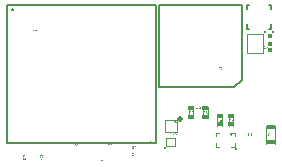
<source format=gbr>
G04 EAGLE Gerber RS-274X export*
G75*
%MOMM*%
%FSLAX34Y34*%
%LPD*%
%INSilkscreen Top*%
%IPPOS*%
%AMOC8*
5,1,8,0,0,1.08239X$1,22.5*%
G01*
G04 Define Apertures*
%ADD10C,0.152400*%
%ADD11R,0.500000X0.300000*%
%ADD12C,0.076200*%
%ADD13C,0.127000*%
%ADD14R,0.300000X0.300000*%
%ADD15C,0.200000*%
%ADD16C,0.120000*%
%ADD17R,0.800000X0.300000*%
%ADD18C,0.101600*%
%ADD19C,0.500000*%
G36*
X26218Y114425D02*
X26073Y114432D01*
X25937Y114453D01*
X25810Y114487D01*
X25693Y114535D01*
X25587Y114596D01*
X25494Y114669D01*
X25413Y114755D01*
X25345Y114853D01*
X25291Y114962D01*
X25252Y115082D01*
X25229Y115211D01*
X25222Y115351D01*
X25222Y116911D01*
X25554Y116911D01*
X25554Y115378D01*
X25565Y115221D01*
X25596Y115083D01*
X25650Y114966D01*
X25724Y114869D01*
X25819Y114793D01*
X25933Y114738D01*
X26065Y114706D01*
X26217Y114695D01*
X26373Y114706D01*
X26510Y114740D01*
X26630Y114796D01*
X26731Y114875D01*
X26811Y114975D01*
X26868Y115096D01*
X26903Y115238D01*
X26914Y115401D01*
X26914Y116911D01*
X27245Y116911D01*
X27245Y115382D01*
X27237Y115238D01*
X27213Y115105D01*
X27174Y114982D01*
X27119Y114869D01*
X27049Y114767D01*
X26966Y114679D01*
X26871Y114602D01*
X26762Y114539D01*
X26642Y114489D01*
X26511Y114454D01*
X26370Y114432D01*
X26218Y114425D01*
G37*
G36*
X29317Y114460D02*
X27781Y114460D01*
X27781Y114726D01*
X28405Y114726D01*
X28405Y116612D01*
X27852Y116217D01*
X27852Y116513D01*
X28431Y116911D01*
X28720Y116911D01*
X28720Y114726D01*
X29317Y114726D01*
X29317Y114460D01*
G37*
G36*
X211876Y25300D02*
X210340Y25300D01*
X210340Y25566D01*
X210965Y25566D01*
X210965Y27452D01*
X210411Y27057D01*
X210411Y27353D01*
X210991Y27751D01*
X211279Y27751D01*
X211279Y25566D01*
X211876Y25566D01*
X211876Y25300D01*
G37*
G36*
X209963Y25300D02*
X208392Y25300D01*
X208392Y27751D01*
X208724Y27751D01*
X208724Y25571D01*
X209963Y25571D01*
X209963Y25300D01*
G37*
G36*
X226223Y24825D02*
X226044Y24835D01*
X225877Y24864D01*
X225723Y24912D01*
X225582Y24979D01*
X225455Y25064D01*
X225343Y25166D01*
X225248Y25284D01*
X225169Y25419D01*
X225107Y25569D01*
X225063Y25732D01*
X225037Y25908D01*
X225028Y26097D01*
X225047Y26374D01*
X225107Y26620D01*
X225206Y26833D01*
X225344Y27015D01*
X225518Y27161D01*
X225722Y27264D01*
X225956Y27327D01*
X226221Y27347D01*
X226409Y27338D01*
X226580Y27309D01*
X226736Y27261D01*
X226875Y27194D01*
X226998Y27109D01*
X227103Y27004D01*
X227191Y26882D01*
X227261Y26740D01*
X226946Y26636D01*
X226897Y26737D01*
X226835Y26825D01*
X226760Y26900D01*
X226672Y26963D01*
X226574Y27013D01*
X226466Y27048D01*
X226350Y27069D01*
X226224Y27076D01*
X226032Y27060D01*
X225863Y27011D01*
X225716Y26929D01*
X225591Y26814D01*
X225492Y26671D01*
X225422Y26504D01*
X225379Y26313D01*
X225365Y26097D01*
X225380Y25883D01*
X225424Y25690D01*
X225498Y25520D01*
X225601Y25372D01*
X225729Y25252D01*
X225878Y25167D01*
X226048Y25115D01*
X226238Y25098D01*
X226363Y25106D01*
X226480Y25130D01*
X226589Y25170D01*
X226689Y25226D01*
X226782Y25297D01*
X226867Y25385D01*
X227012Y25608D01*
X227284Y25472D01*
X227200Y25323D01*
X227102Y25194D01*
X226988Y25083D01*
X226859Y24990D01*
X226716Y24918D01*
X226563Y24867D01*
X226398Y24836D01*
X226223Y24825D01*
G37*
G36*
X228403Y24825D02*
X228226Y24836D01*
X228068Y24867D01*
X227929Y24920D01*
X227808Y24993D01*
X227709Y25087D01*
X227632Y25201D01*
X227577Y25335D01*
X227545Y25490D01*
X227869Y25519D01*
X227891Y25417D01*
X227925Y25329D01*
X227973Y25254D01*
X228033Y25193D01*
X228106Y25146D01*
X228192Y25112D01*
X228291Y25091D01*
X228403Y25084D01*
X228514Y25092D01*
X228614Y25114D01*
X228700Y25150D01*
X228774Y25201D01*
X228833Y25266D01*
X228875Y25346D01*
X228900Y25439D01*
X228909Y25547D01*
X228899Y25642D01*
X228870Y25725D01*
X228822Y25798D01*
X228755Y25859D01*
X228669Y25908D01*
X228567Y25943D01*
X228447Y25965D01*
X228310Y25972D01*
X228133Y25972D01*
X228133Y26243D01*
X228303Y26243D01*
X228425Y26250D01*
X228532Y26271D01*
X228624Y26306D01*
X228703Y26355D01*
X228765Y26417D01*
X228809Y26489D01*
X228836Y26572D01*
X228844Y26666D01*
X228837Y26759D01*
X228815Y26842D01*
X228779Y26914D01*
X228729Y26976D01*
X228664Y27026D01*
X228585Y27062D01*
X228492Y27083D01*
X228385Y27090D01*
X228287Y27083D01*
X228198Y27064D01*
X228119Y27030D01*
X228050Y26984D01*
X227993Y26925D01*
X227949Y26856D01*
X227919Y26776D01*
X227902Y26685D01*
X227587Y26709D01*
X227615Y26851D01*
X227667Y26977D01*
X227740Y27086D01*
X227836Y27179D01*
X227951Y27253D01*
X228082Y27305D01*
X228228Y27337D01*
X228389Y27347D01*
X228563Y27337D01*
X228716Y27305D01*
X228849Y27251D01*
X228962Y27176D01*
X229051Y27082D01*
X229115Y26971D01*
X229153Y26843D01*
X229166Y26699D01*
X229158Y26587D01*
X229133Y26486D01*
X229092Y26396D01*
X229035Y26317D01*
X228962Y26249D01*
X228874Y26194D01*
X228771Y26150D01*
X228653Y26118D01*
X228653Y26111D01*
X228783Y26088D01*
X228897Y26050D01*
X228997Y25996D01*
X229081Y25926D01*
X229148Y25844D01*
X229196Y25751D01*
X229224Y25649D01*
X229234Y25537D01*
X229221Y25377D01*
X229180Y25236D01*
X229113Y25114D01*
X229018Y25011D01*
X228899Y24930D01*
X228757Y24872D01*
X228591Y24837D01*
X228403Y24825D01*
G37*
G36*
X195642Y37060D02*
X195346Y37060D01*
X195346Y37615D01*
X194191Y37615D01*
X194191Y37858D01*
X195313Y39511D01*
X195642Y39511D01*
X195642Y37862D01*
X195986Y37862D01*
X195986Y37615D01*
X195642Y37615D01*
X195642Y37060D01*
G37*
%LPC*%
G36*
X195346Y37862D02*
X195346Y39158D01*
X195297Y39066D01*
X195230Y38951D01*
X194602Y38025D01*
X194508Y37897D01*
X194480Y37862D01*
X195346Y37862D01*
G37*
%LPD*%
G36*
X192923Y37025D02*
X192744Y37035D01*
X192577Y37064D01*
X192423Y37112D01*
X192282Y37179D01*
X192155Y37264D01*
X192043Y37366D01*
X191948Y37484D01*
X191869Y37619D01*
X191807Y37769D01*
X191763Y37932D01*
X191737Y38108D01*
X191728Y38297D01*
X191747Y38574D01*
X191807Y38820D01*
X191906Y39033D01*
X192044Y39215D01*
X192218Y39361D01*
X192422Y39464D01*
X192656Y39527D01*
X192921Y39547D01*
X193109Y39538D01*
X193280Y39509D01*
X193436Y39461D01*
X193575Y39394D01*
X193698Y39309D01*
X193803Y39204D01*
X193891Y39082D01*
X193961Y38940D01*
X193646Y38836D01*
X193597Y38937D01*
X193535Y39025D01*
X193460Y39100D01*
X193372Y39163D01*
X193274Y39213D01*
X193166Y39248D01*
X193050Y39269D01*
X192924Y39276D01*
X192732Y39260D01*
X192563Y39211D01*
X192416Y39129D01*
X192291Y39014D01*
X192192Y38871D01*
X192122Y38704D01*
X192079Y38513D01*
X192065Y38297D01*
X192080Y38083D01*
X192124Y37890D01*
X192198Y37720D01*
X192301Y37572D01*
X192429Y37452D01*
X192578Y37367D01*
X192748Y37315D01*
X192938Y37298D01*
X193063Y37306D01*
X193180Y37330D01*
X193289Y37370D01*
X193389Y37426D01*
X193482Y37497D01*
X193567Y37585D01*
X193712Y37808D01*
X193984Y37672D01*
X193900Y37523D01*
X193802Y37394D01*
X193688Y37283D01*
X193559Y37190D01*
X193416Y37118D01*
X193263Y37067D01*
X193098Y37036D01*
X192923Y37025D01*
G37*
G36*
X182823Y37125D02*
X182644Y37135D01*
X182477Y37164D01*
X182323Y37212D01*
X182182Y37279D01*
X182055Y37364D01*
X181943Y37466D01*
X181848Y37584D01*
X181769Y37719D01*
X181707Y37869D01*
X181663Y38032D01*
X181637Y38208D01*
X181628Y38397D01*
X181647Y38674D01*
X181707Y38920D01*
X181806Y39133D01*
X181944Y39315D01*
X182118Y39461D01*
X182322Y39564D01*
X182556Y39627D01*
X182821Y39647D01*
X183009Y39638D01*
X183180Y39609D01*
X183336Y39561D01*
X183475Y39494D01*
X183598Y39409D01*
X183703Y39304D01*
X183791Y39182D01*
X183861Y39040D01*
X183546Y38936D01*
X183497Y39037D01*
X183435Y39125D01*
X183360Y39200D01*
X183272Y39263D01*
X183174Y39313D01*
X183066Y39348D01*
X182950Y39369D01*
X182824Y39376D01*
X182632Y39360D01*
X182463Y39311D01*
X182316Y39229D01*
X182191Y39114D01*
X182092Y38971D01*
X182022Y38804D01*
X181979Y38613D01*
X181965Y38397D01*
X181980Y38183D01*
X182024Y37990D01*
X182098Y37820D01*
X182201Y37672D01*
X182329Y37552D01*
X182478Y37467D01*
X182648Y37415D01*
X182838Y37398D01*
X182963Y37406D01*
X183080Y37430D01*
X183189Y37470D01*
X183289Y37526D01*
X183382Y37597D01*
X183467Y37685D01*
X183612Y37908D01*
X183884Y37772D01*
X183800Y37623D01*
X183702Y37494D01*
X183588Y37383D01*
X183459Y37290D01*
X183316Y37218D01*
X183163Y37167D01*
X182998Y37136D01*
X182823Y37125D01*
G37*
G36*
X184971Y37125D02*
X184808Y37135D01*
X184662Y37163D01*
X184532Y37209D01*
X184418Y37275D01*
X184323Y37358D01*
X184246Y37458D01*
X184189Y37575D01*
X184152Y37708D01*
X184469Y37744D01*
X184538Y37585D01*
X184646Y37472D01*
X184792Y37404D01*
X184978Y37381D01*
X185097Y37390D01*
X185203Y37419D01*
X185295Y37467D01*
X185373Y37533D01*
X185435Y37616D01*
X185480Y37714D01*
X185507Y37826D01*
X185516Y37951D01*
X185507Y38062D01*
X185480Y38161D01*
X185435Y38249D01*
X185372Y38325D01*
X185294Y38388D01*
X185204Y38432D01*
X185101Y38459D01*
X184985Y38468D01*
X184863Y38458D01*
X184749Y38428D01*
X184639Y38374D01*
X184529Y38292D01*
X184223Y38292D01*
X184305Y39611D01*
X185698Y39611D01*
X185698Y39345D01*
X184590Y39345D01*
X184543Y38567D01*
X184651Y38636D01*
X184772Y38685D01*
X184904Y38714D01*
X185050Y38724D01*
X185221Y38711D01*
X185375Y38671D01*
X185510Y38604D01*
X185626Y38512D01*
X185720Y38397D01*
X185787Y38267D01*
X185828Y38121D01*
X185841Y37958D01*
X185827Y37775D01*
X185783Y37612D01*
X185711Y37470D01*
X185610Y37348D01*
X185484Y37250D01*
X185335Y37181D01*
X185164Y37139D01*
X184971Y37125D01*
G37*
G36*
X193501Y25025D02*
X193315Y25037D01*
X193151Y25072D01*
X193007Y25130D01*
X192886Y25211D01*
X192789Y25314D01*
X192720Y25437D01*
X192678Y25579D01*
X192664Y25740D01*
X192673Y25855D01*
X192698Y25961D01*
X192741Y26057D01*
X192802Y26144D01*
X192875Y26217D01*
X192958Y26275D01*
X193051Y26317D01*
X193153Y26342D01*
X193153Y26349D01*
X193058Y26379D01*
X192974Y26423D01*
X192900Y26481D01*
X192837Y26552D01*
X192787Y26634D01*
X192750Y26723D01*
X192729Y26818D01*
X192722Y26920D01*
X192735Y27053D01*
X192774Y27173D01*
X192839Y27280D01*
X192931Y27374D01*
X193045Y27450D01*
X193177Y27504D01*
X193326Y27537D01*
X193494Y27547D01*
X193665Y27537D01*
X193818Y27505D01*
X193951Y27452D01*
X194065Y27377D01*
X194157Y27284D01*
X194222Y27177D01*
X194262Y27054D01*
X194275Y26916D01*
X194268Y26814D01*
X194246Y26719D01*
X194209Y26631D01*
X194158Y26549D01*
X194095Y26478D01*
X194091Y26475D01*
X194020Y26422D01*
X193936Y26380D01*
X193840Y26352D01*
X193840Y26345D01*
X193951Y26319D01*
X194049Y26277D01*
X194134Y26219D01*
X194199Y26153D01*
X194205Y26146D01*
X194262Y26061D01*
X194303Y25965D01*
X194328Y25859D01*
X194336Y25744D01*
X194322Y25583D01*
X194282Y25442D01*
X194214Y25319D01*
X194120Y25215D01*
X194000Y25132D01*
X193857Y25073D01*
X193691Y25037D01*
X193501Y25025D01*
G37*
%LPC*%
G36*
X193504Y25260D02*
X193624Y25268D01*
X193727Y25291D01*
X193814Y25329D01*
X193885Y25383D01*
X193940Y25453D01*
X193979Y25542D01*
X194003Y25648D01*
X194010Y25773D01*
X194002Y25880D01*
X193977Y25973D01*
X193934Y26052D01*
X193875Y26117D01*
X193800Y26167D01*
X193712Y26204D01*
X193610Y26225D01*
X193494Y26232D01*
X193381Y26225D01*
X193282Y26201D01*
X193195Y26162D01*
X193122Y26108D01*
X193063Y26040D01*
X193021Y25960D01*
X192996Y25869D01*
X192988Y25766D01*
X192996Y25648D01*
X193020Y25545D01*
X193060Y25458D01*
X193117Y25387D01*
X193189Y25331D01*
X193278Y25292D01*
X193383Y25268D01*
X193504Y25260D01*
G37*
G36*
X193497Y26467D02*
X193601Y26474D01*
X193692Y26493D01*
X193769Y26524D01*
X193834Y26569D01*
X193885Y26628D01*
X193921Y26702D01*
X193942Y26793D01*
X193950Y26899D01*
X193942Y26996D01*
X193921Y27081D01*
X193885Y27152D01*
X193836Y27210D01*
X193772Y27256D01*
X193693Y27288D01*
X193601Y27308D01*
X193494Y27314D01*
X193390Y27308D01*
X193299Y27288D01*
X193222Y27256D01*
X193157Y27210D01*
X193107Y27151D01*
X193070Y27080D01*
X193049Y26996D01*
X193042Y26899D01*
X193049Y26800D01*
X193071Y26713D01*
X193109Y26639D01*
X193161Y26578D01*
X193226Y26529D01*
X193304Y26495D01*
X193395Y26474D01*
X193497Y26467D01*
G37*
%LPD*%
G36*
X191218Y25025D02*
X191073Y25032D01*
X190937Y25053D01*
X190810Y25087D01*
X190693Y25135D01*
X190587Y25196D01*
X190494Y25269D01*
X190413Y25355D01*
X190345Y25453D01*
X190291Y25562D01*
X190252Y25682D01*
X190229Y25811D01*
X190222Y25951D01*
X190222Y27511D01*
X190554Y27511D01*
X190554Y25978D01*
X190565Y25821D01*
X190596Y25683D01*
X190650Y25566D01*
X190724Y25469D01*
X190819Y25393D01*
X190933Y25338D01*
X191065Y25306D01*
X191217Y25295D01*
X191373Y25306D01*
X191510Y25340D01*
X191630Y25396D01*
X191731Y25475D01*
X191811Y25575D01*
X191868Y25696D01*
X191903Y25838D01*
X191914Y26001D01*
X191914Y27511D01*
X192245Y27511D01*
X192245Y25982D01*
X192237Y25838D01*
X192213Y25705D01*
X192174Y25582D01*
X192119Y25469D01*
X192049Y25367D01*
X191966Y25279D01*
X191871Y25202D01*
X191762Y25139D01*
X191642Y25089D01*
X191511Y25054D01*
X191370Y25032D01*
X191218Y25025D01*
G37*
G36*
X144418Y26025D02*
X144273Y26032D01*
X144137Y26053D01*
X144010Y26087D01*
X143893Y26135D01*
X143787Y26196D01*
X143694Y26269D01*
X143613Y26355D01*
X143545Y26453D01*
X143491Y26562D01*
X143452Y26682D01*
X143429Y26811D01*
X143422Y26951D01*
X143422Y28511D01*
X143754Y28511D01*
X143754Y26978D01*
X143765Y26821D01*
X143796Y26683D01*
X143850Y26566D01*
X143924Y26469D01*
X144019Y26393D01*
X144133Y26338D01*
X144265Y26306D01*
X144417Y26295D01*
X144573Y26306D01*
X144710Y26340D01*
X144830Y26396D01*
X144931Y26475D01*
X145011Y26575D01*
X145068Y26696D01*
X145103Y26838D01*
X145114Y27001D01*
X145114Y28511D01*
X145445Y28511D01*
X145445Y26982D01*
X145437Y26838D01*
X145413Y26705D01*
X145374Y26582D01*
X145319Y26469D01*
X145249Y26367D01*
X145166Y26279D01*
X145071Y26202D01*
X144962Y26139D01*
X144842Y26089D01*
X144711Y26054D01*
X144570Y26032D01*
X144418Y26025D01*
G37*
G36*
X146703Y26025D02*
X146526Y26036D01*
X146368Y26067D01*
X146229Y26120D01*
X146108Y26193D01*
X146009Y26287D01*
X145932Y26401D01*
X145877Y26535D01*
X145845Y26690D01*
X146169Y26719D01*
X146191Y26617D01*
X146225Y26529D01*
X146273Y26454D01*
X146333Y26393D01*
X146406Y26346D01*
X146492Y26312D01*
X146591Y26291D01*
X146703Y26284D01*
X146814Y26292D01*
X146914Y26314D01*
X147000Y26350D01*
X147074Y26401D01*
X147133Y26466D01*
X147175Y26546D01*
X147200Y26639D01*
X147209Y26747D01*
X147199Y26842D01*
X147170Y26925D01*
X147122Y26998D01*
X147055Y27059D01*
X146969Y27108D01*
X146867Y27143D01*
X146747Y27165D01*
X146610Y27172D01*
X146433Y27172D01*
X146433Y27443D01*
X146603Y27443D01*
X146725Y27450D01*
X146832Y27471D01*
X146924Y27506D01*
X147003Y27555D01*
X147065Y27617D01*
X147109Y27689D01*
X147136Y27772D01*
X147144Y27866D01*
X147137Y27959D01*
X147115Y28042D01*
X147079Y28114D01*
X147029Y28176D01*
X146964Y28226D01*
X146885Y28262D01*
X146792Y28283D01*
X146685Y28290D01*
X146587Y28283D01*
X146498Y28264D01*
X146419Y28230D01*
X146350Y28184D01*
X146293Y28125D01*
X146249Y28056D01*
X146219Y27976D01*
X146202Y27885D01*
X145887Y27909D01*
X145915Y28051D01*
X145967Y28177D01*
X146040Y28286D01*
X146136Y28379D01*
X146251Y28453D01*
X146382Y28505D01*
X146528Y28537D01*
X146689Y28547D01*
X146863Y28537D01*
X147016Y28505D01*
X147149Y28451D01*
X147262Y28376D01*
X147351Y28282D01*
X147415Y28171D01*
X147453Y28043D01*
X147466Y27899D01*
X147458Y27787D01*
X147433Y27686D01*
X147392Y27596D01*
X147335Y27517D01*
X147262Y27449D01*
X147174Y27394D01*
X147071Y27350D01*
X146953Y27318D01*
X146953Y27311D01*
X147083Y27288D01*
X147197Y27250D01*
X147297Y27196D01*
X147381Y27126D01*
X147448Y27044D01*
X147496Y26951D01*
X147524Y26849D01*
X147534Y26737D01*
X147521Y26577D01*
X147480Y26436D01*
X147413Y26314D01*
X147318Y26211D01*
X147199Y26130D01*
X147057Y26072D01*
X146891Y26037D01*
X146703Y26025D01*
G37*
G36*
X122618Y18525D02*
X122473Y18532D01*
X122337Y18553D01*
X122210Y18587D01*
X122093Y18635D01*
X121987Y18696D01*
X121894Y18769D01*
X121813Y18855D01*
X121745Y18953D01*
X121691Y19062D01*
X121652Y19182D01*
X121629Y19311D01*
X121622Y19451D01*
X121622Y21011D01*
X121954Y21011D01*
X121954Y19478D01*
X121965Y19321D01*
X121996Y19183D01*
X122050Y19066D01*
X122124Y18969D01*
X122219Y18893D01*
X122333Y18838D01*
X122465Y18806D01*
X122617Y18795D01*
X122773Y18806D01*
X122910Y18840D01*
X123030Y18896D01*
X123131Y18975D01*
X123211Y19075D01*
X123268Y19196D01*
X123303Y19338D01*
X123314Y19501D01*
X123314Y21011D01*
X123645Y21011D01*
X123645Y19482D01*
X123637Y19338D01*
X123613Y19205D01*
X123574Y19082D01*
X123519Y18969D01*
X123449Y18867D01*
X123366Y18779D01*
X123271Y18702D01*
X123162Y18639D01*
X123042Y18589D01*
X122911Y18554D01*
X122770Y18532D01*
X122618Y18525D01*
G37*
G36*
X124871Y18560D02*
X124544Y18560D01*
X124557Y18798D01*
X124594Y19042D01*
X124656Y19292D01*
X124743Y19549D01*
X124860Y19818D01*
X125009Y20108D01*
X125192Y20416D01*
X125409Y20745D01*
X124092Y20745D01*
X124092Y21011D01*
X125711Y21011D01*
X125711Y20757D01*
X125391Y20245D01*
X125181Y19858D01*
X125045Y19535D01*
X124949Y19216D01*
X124891Y18894D01*
X124871Y18560D01*
G37*
G36*
X109771Y14060D02*
X109439Y14060D01*
X109439Y16511D01*
X110592Y16511D01*
X110788Y16499D01*
X110959Y16465D01*
X111107Y16407D01*
X111232Y16326D01*
X111330Y16224D01*
X111401Y16104D01*
X111443Y15966D01*
X111457Y15810D01*
X111447Y15679D01*
X111417Y15559D01*
X111367Y15449D01*
X111298Y15351D01*
X111211Y15266D01*
X111139Y15219D01*
X111108Y15199D01*
X110991Y15149D01*
X110858Y15116D01*
X111155Y14666D01*
X111554Y14060D01*
X111172Y14060D01*
X110535Y15078D01*
X109771Y15078D01*
X109771Y14060D01*
G37*
%LPC*%
G36*
X110573Y15340D02*
X110697Y15348D01*
X110806Y15371D01*
X110900Y15409D01*
X110979Y15463D01*
X111042Y15530D01*
X111087Y15610D01*
X111114Y15702D01*
X111123Y15806D01*
X111114Y15907D01*
X111087Y15995D01*
X111041Y16070D01*
X110978Y16133D01*
X110897Y16182D01*
X110800Y16217D01*
X110688Y16238D01*
X110559Y16245D01*
X109771Y16245D01*
X109771Y15340D01*
X110573Y15340D01*
G37*
%LPD*%
G36*
X113511Y14060D02*
X111888Y14060D01*
X111888Y14281D01*
X111987Y14472D01*
X112105Y14640D01*
X112374Y14922D01*
X112653Y15156D01*
X112903Y15372D01*
X113003Y15482D01*
X113083Y15598D01*
X113134Y15724D01*
X113151Y15866D01*
X113144Y15961D01*
X113122Y16045D01*
X113085Y16117D01*
X113033Y16179D01*
X112968Y16227D01*
X112892Y16262D01*
X112804Y16283D01*
X112704Y16290D01*
X112609Y16283D01*
X112522Y16263D01*
X112444Y16229D01*
X112375Y16181D01*
X112317Y16121D01*
X112272Y16051D01*
X112240Y15969D01*
X112222Y15876D01*
X111902Y15906D01*
X111931Y16045D01*
X111982Y16170D01*
X112056Y16279D01*
X112152Y16374D01*
X112267Y16450D01*
X112397Y16504D01*
X112543Y16537D01*
X112704Y16547D01*
X112879Y16537D01*
X113032Y16504D01*
X113164Y16449D01*
X113274Y16373D01*
X113361Y16276D01*
X113423Y16161D01*
X113461Y16028D01*
X113473Y15876D01*
X113457Y15734D01*
X113408Y15593D01*
X113327Y15452D01*
X113214Y15311D01*
X113027Y15131D01*
X112722Y14874D01*
X112403Y14579D01*
X112302Y14450D01*
X112233Y14326D01*
X113511Y14326D01*
X113511Y14060D01*
G37*
G36*
X109971Y8160D02*
X109639Y8160D01*
X109639Y10611D01*
X110792Y10611D01*
X110988Y10599D01*
X111159Y10565D01*
X111307Y10507D01*
X111432Y10426D01*
X111530Y10324D01*
X111601Y10204D01*
X111643Y10066D01*
X111657Y9910D01*
X111647Y9779D01*
X111617Y9659D01*
X111567Y9549D01*
X111498Y9451D01*
X111411Y9366D01*
X111339Y9319D01*
X111308Y9299D01*
X111191Y9249D01*
X111058Y9216D01*
X111355Y8766D01*
X111754Y8160D01*
X111372Y8160D01*
X110735Y9178D01*
X109971Y9178D01*
X109971Y8160D01*
G37*
%LPC*%
G36*
X110773Y9440D02*
X110897Y9448D01*
X111006Y9471D01*
X111100Y9509D01*
X111179Y9563D01*
X111242Y9630D01*
X111287Y9710D01*
X111314Y9802D01*
X111323Y9906D01*
X111314Y10007D01*
X111287Y10095D01*
X111241Y10170D01*
X111178Y10233D01*
X111097Y10282D01*
X111000Y10317D01*
X110888Y10338D01*
X110759Y10345D01*
X109971Y10345D01*
X109971Y9440D01*
X110773Y9440D01*
G37*
%LPD*%
G36*
X113717Y8160D02*
X112181Y8160D01*
X112181Y8426D01*
X112805Y8426D01*
X112805Y10312D01*
X112252Y9917D01*
X112252Y10213D01*
X112831Y10611D01*
X113120Y10611D01*
X113120Y8426D01*
X113717Y8426D01*
X113717Y8160D01*
G37*
G36*
X173043Y43525D02*
X172848Y43544D01*
X172677Y43602D01*
X172531Y43698D01*
X172409Y43833D01*
X172313Y44005D01*
X172245Y44211D01*
X172204Y44452D01*
X172190Y44729D01*
X172204Y45029D01*
X172247Y45292D01*
X172318Y45518D01*
X172418Y45707D01*
X172544Y45856D01*
X172694Y45962D01*
X172868Y46026D01*
X173067Y46047D01*
X173199Y46040D01*
X173319Y46016D01*
X173425Y45977D01*
X173519Y45923D01*
X173600Y45852D01*
X173668Y45767D01*
X173724Y45665D01*
X173766Y45548D01*
X173467Y45494D01*
X173407Y45625D01*
X173320Y45719D01*
X173205Y45775D01*
X173063Y45794D01*
X172937Y45778D01*
X172826Y45731D01*
X172730Y45653D01*
X172649Y45544D01*
X172584Y45405D01*
X172538Y45238D01*
X172511Y45044D01*
X172502Y44821D01*
X172604Y44961D01*
X172742Y45062D01*
X172908Y45124D01*
X173096Y45145D01*
X173257Y45131D01*
X173401Y45092D01*
X173527Y45025D01*
X173635Y44932D01*
X173722Y44817D01*
X173784Y44684D01*
X173822Y44532D01*
X173834Y44362D01*
X173821Y44178D01*
X173781Y44015D01*
X173716Y43872D01*
X173624Y43750D01*
X173508Y43651D01*
X173373Y43581D01*
X173218Y43539D01*
X173043Y43525D01*
G37*
%LPC*%
G36*
X173032Y43777D02*
X173139Y43787D01*
X173234Y43815D01*
X173317Y43863D01*
X173387Y43930D01*
X173443Y44013D01*
X173484Y44110D01*
X173508Y44222D01*
X173516Y44348D01*
X173508Y44473D01*
X173483Y44584D01*
X173442Y44679D01*
X173385Y44759D01*
X173314Y44822D01*
X173229Y44867D01*
X173132Y44894D01*
X173022Y44903D01*
X172917Y44895D01*
X172824Y44871D01*
X172740Y44831D01*
X172668Y44775D01*
X172609Y44705D01*
X172567Y44623D01*
X172541Y44529D01*
X172533Y44423D01*
X172542Y44287D01*
X172568Y44165D01*
X172612Y44055D01*
X172673Y43958D01*
X172748Y43879D01*
X172833Y43823D01*
X172927Y43789D01*
X173032Y43777D01*
G37*
%LPD*%
G36*
X170823Y43525D02*
X170644Y43535D01*
X170477Y43564D01*
X170323Y43612D01*
X170182Y43679D01*
X170055Y43764D01*
X169943Y43866D01*
X169848Y43984D01*
X169769Y44119D01*
X169707Y44269D01*
X169663Y44432D01*
X169637Y44608D01*
X169628Y44797D01*
X169647Y45074D01*
X169707Y45320D01*
X169806Y45533D01*
X169944Y45715D01*
X170118Y45861D01*
X170322Y45964D01*
X170556Y46027D01*
X170821Y46047D01*
X171009Y46038D01*
X171180Y46009D01*
X171336Y45961D01*
X171475Y45894D01*
X171598Y45809D01*
X171703Y45704D01*
X171791Y45582D01*
X171861Y45440D01*
X171546Y45336D01*
X171497Y45437D01*
X171435Y45525D01*
X171360Y45600D01*
X171272Y45663D01*
X171174Y45713D01*
X171066Y45748D01*
X170950Y45769D01*
X170824Y45776D01*
X170632Y45760D01*
X170463Y45711D01*
X170316Y45629D01*
X170191Y45514D01*
X170092Y45371D01*
X170022Y45204D01*
X169979Y45013D01*
X169965Y44797D01*
X169980Y44583D01*
X170024Y44390D01*
X170098Y44220D01*
X170201Y44072D01*
X170329Y43952D01*
X170478Y43867D01*
X170648Y43815D01*
X170838Y43798D01*
X170963Y43806D01*
X171080Y43830D01*
X171189Y43870D01*
X171289Y43926D01*
X171382Y43997D01*
X171467Y44085D01*
X171612Y44308D01*
X171884Y44172D01*
X171800Y44023D01*
X171702Y43894D01*
X171588Y43783D01*
X171459Y43690D01*
X171316Y43618D01*
X171163Y43567D01*
X170998Y43536D01*
X170823Y43525D01*
G37*
G36*
X92543Y17925D02*
X92348Y17944D01*
X92177Y18002D01*
X92031Y18098D01*
X91909Y18233D01*
X91813Y18405D01*
X91745Y18611D01*
X91704Y18852D01*
X91690Y19129D01*
X91704Y19429D01*
X91747Y19692D01*
X91818Y19918D01*
X91918Y20107D01*
X92044Y20256D01*
X92194Y20362D01*
X92368Y20426D01*
X92567Y20447D01*
X92699Y20440D01*
X92819Y20416D01*
X92925Y20377D01*
X93019Y20323D01*
X93100Y20252D01*
X93168Y20167D01*
X93224Y20065D01*
X93266Y19948D01*
X92967Y19894D01*
X92907Y20025D01*
X92820Y20119D01*
X92705Y20175D01*
X92563Y20194D01*
X92437Y20178D01*
X92326Y20131D01*
X92230Y20053D01*
X92149Y19944D01*
X92084Y19805D01*
X92038Y19638D01*
X92011Y19444D01*
X92002Y19221D01*
X92104Y19361D01*
X92242Y19462D01*
X92408Y19524D01*
X92596Y19545D01*
X92757Y19531D01*
X92901Y19492D01*
X93027Y19425D01*
X93135Y19332D01*
X93222Y19217D01*
X93284Y19084D01*
X93322Y18932D01*
X93334Y18762D01*
X93321Y18578D01*
X93281Y18415D01*
X93216Y18272D01*
X93124Y18150D01*
X93008Y18051D01*
X92873Y17981D01*
X92718Y17939D01*
X92543Y17925D01*
G37*
%LPC*%
G36*
X92532Y18177D02*
X92639Y18187D01*
X92734Y18215D01*
X92817Y18263D01*
X92887Y18330D01*
X92943Y18413D01*
X92984Y18510D01*
X93008Y18622D01*
X93016Y18748D01*
X93008Y18873D01*
X92983Y18984D01*
X92942Y19079D01*
X92885Y19159D01*
X92814Y19222D01*
X92729Y19267D01*
X92632Y19294D01*
X92522Y19303D01*
X92417Y19295D01*
X92324Y19271D01*
X92240Y19231D01*
X92168Y19175D01*
X92109Y19105D01*
X92067Y19023D01*
X92041Y18929D01*
X92033Y18823D01*
X92042Y18687D01*
X92068Y18565D01*
X92112Y18455D01*
X92173Y18358D01*
X92248Y18279D01*
X92333Y18223D01*
X92427Y18189D01*
X92532Y18177D01*
G37*
%LPD*%
G36*
X90218Y17925D02*
X90073Y17932D01*
X89937Y17953D01*
X89810Y17987D01*
X89693Y18035D01*
X89587Y18096D01*
X89494Y18169D01*
X89413Y18255D01*
X89345Y18353D01*
X89291Y18462D01*
X89252Y18582D01*
X89229Y18711D01*
X89222Y18851D01*
X89222Y20411D01*
X89554Y20411D01*
X89554Y18878D01*
X89565Y18721D01*
X89596Y18583D01*
X89650Y18466D01*
X89724Y18369D01*
X89819Y18293D01*
X89933Y18238D01*
X90065Y18206D01*
X90217Y18195D01*
X90373Y18206D01*
X90510Y18240D01*
X90630Y18296D01*
X90731Y18375D01*
X90811Y18475D01*
X90868Y18596D01*
X90903Y18738D01*
X90914Y18901D01*
X90914Y20411D01*
X91245Y20411D01*
X91245Y18882D01*
X91237Y18738D01*
X91213Y18605D01*
X91174Y18482D01*
X91119Y18369D01*
X91049Y18267D01*
X90966Y18179D01*
X90871Y18102D01*
X90762Y18039D01*
X90642Y17989D01*
X90511Y17954D01*
X90370Y17932D01*
X90218Y17925D01*
G37*
G36*
X65742Y17160D02*
X65446Y17160D01*
X65446Y17715D01*
X64291Y17715D01*
X64291Y17958D01*
X65413Y19611D01*
X65742Y19611D01*
X65742Y17962D01*
X66086Y17962D01*
X66086Y17715D01*
X65742Y17715D01*
X65742Y17160D01*
G37*
%LPC*%
G36*
X65446Y17962D02*
X65446Y19258D01*
X65397Y19166D01*
X65330Y19051D01*
X64702Y18125D01*
X64608Y17997D01*
X64580Y17962D01*
X65446Y17962D01*
G37*
%LPD*%
G36*
X62918Y17125D02*
X62773Y17132D01*
X62637Y17153D01*
X62510Y17187D01*
X62393Y17235D01*
X62287Y17296D01*
X62194Y17369D01*
X62113Y17455D01*
X62045Y17553D01*
X61991Y17662D01*
X61952Y17782D01*
X61929Y17911D01*
X61922Y18051D01*
X61922Y19611D01*
X62254Y19611D01*
X62254Y18078D01*
X62265Y17921D01*
X62296Y17783D01*
X62350Y17666D01*
X62424Y17569D01*
X62519Y17493D01*
X62633Y17438D01*
X62765Y17406D01*
X62917Y17395D01*
X63073Y17406D01*
X63210Y17440D01*
X63330Y17496D01*
X63431Y17575D01*
X63511Y17675D01*
X63568Y17796D01*
X63603Y17938D01*
X63614Y18101D01*
X63614Y19611D01*
X63945Y19611D01*
X63945Y18082D01*
X63937Y17938D01*
X63913Y17805D01*
X63874Y17682D01*
X63819Y17569D01*
X63749Y17467D01*
X63666Y17379D01*
X63571Y17302D01*
X63462Y17239D01*
X63342Y17189D01*
X63211Y17154D01*
X63070Y17132D01*
X62918Y17125D01*
G37*
G36*
X161201Y43625D02*
X161015Y43637D01*
X160851Y43672D01*
X160707Y43730D01*
X160586Y43811D01*
X160489Y43914D01*
X160420Y44037D01*
X160378Y44179D01*
X160364Y44340D01*
X160373Y44455D01*
X160398Y44561D01*
X160441Y44657D01*
X160502Y44744D01*
X160575Y44817D01*
X160658Y44875D01*
X160751Y44917D01*
X160853Y44942D01*
X160853Y44949D01*
X160758Y44979D01*
X160674Y45023D01*
X160600Y45081D01*
X160537Y45152D01*
X160487Y45234D01*
X160450Y45323D01*
X160429Y45418D01*
X160422Y45520D01*
X160435Y45653D01*
X160474Y45773D01*
X160539Y45880D01*
X160631Y45974D01*
X160745Y46050D01*
X160877Y46104D01*
X161026Y46137D01*
X161194Y46147D01*
X161365Y46137D01*
X161518Y46105D01*
X161651Y46052D01*
X161765Y45977D01*
X161857Y45884D01*
X161922Y45777D01*
X161962Y45654D01*
X161975Y45516D01*
X161968Y45414D01*
X161946Y45319D01*
X161909Y45231D01*
X161858Y45149D01*
X161795Y45078D01*
X161791Y45075D01*
X161720Y45022D01*
X161636Y44980D01*
X161540Y44952D01*
X161540Y44945D01*
X161651Y44919D01*
X161749Y44877D01*
X161834Y44819D01*
X161899Y44753D01*
X161905Y44746D01*
X161962Y44661D01*
X162003Y44565D01*
X162028Y44459D01*
X162036Y44344D01*
X162022Y44183D01*
X161982Y44042D01*
X161914Y43919D01*
X161820Y43815D01*
X161700Y43732D01*
X161557Y43673D01*
X161391Y43637D01*
X161201Y43625D01*
G37*
%LPC*%
G36*
X161204Y43860D02*
X161324Y43868D01*
X161427Y43891D01*
X161514Y43929D01*
X161585Y43983D01*
X161640Y44053D01*
X161679Y44142D01*
X161703Y44248D01*
X161710Y44373D01*
X161702Y44480D01*
X161677Y44573D01*
X161634Y44652D01*
X161575Y44717D01*
X161500Y44767D01*
X161412Y44804D01*
X161310Y44825D01*
X161194Y44832D01*
X161081Y44825D01*
X160982Y44801D01*
X160895Y44762D01*
X160822Y44708D01*
X160763Y44640D01*
X160721Y44560D01*
X160696Y44469D01*
X160688Y44366D01*
X160696Y44248D01*
X160720Y44145D01*
X160760Y44058D01*
X160817Y43987D01*
X160889Y43931D01*
X160978Y43892D01*
X161083Y43868D01*
X161204Y43860D01*
G37*
G36*
X161197Y45067D02*
X161301Y45074D01*
X161392Y45093D01*
X161469Y45124D01*
X161534Y45169D01*
X161585Y45228D01*
X161621Y45302D01*
X161642Y45393D01*
X161650Y45499D01*
X161642Y45596D01*
X161621Y45681D01*
X161585Y45752D01*
X161536Y45810D01*
X161472Y45856D01*
X161393Y45888D01*
X161301Y45908D01*
X161194Y45914D01*
X161090Y45908D01*
X160999Y45888D01*
X160922Y45856D01*
X160857Y45810D01*
X160807Y45751D01*
X160770Y45680D01*
X160749Y45596D01*
X160742Y45499D01*
X160749Y45400D01*
X160771Y45313D01*
X160809Y45239D01*
X160861Y45178D01*
X160926Y45129D01*
X161004Y45095D01*
X161095Y45074D01*
X161197Y45067D01*
G37*
%LPD*%
G36*
X159023Y43625D02*
X158844Y43635D01*
X158677Y43664D01*
X158523Y43712D01*
X158382Y43779D01*
X158255Y43864D01*
X158143Y43966D01*
X158048Y44084D01*
X157969Y44219D01*
X157907Y44369D01*
X157863Y44532D01*
X157837Y44708D01*
X157828Y44897D01*
X157847Y45174D01*
X157907Y45420D01*
X158006Y45633D01*
X158144Y45815D01*
X158318Y45961D01*
X158522Y46064D01*
X158756Y46127D01*
X159021Y46147D01*
X159209Y46138D01*
X159380Y46109D01*
X159536Y46061D01*
X159675Y45994D01*
X159798Y45909D01*
X159903Y45804D01*
X159991Y45682D01*
X160061Y45540D01*
X159746Y45436D01*
X159697Y45537D01*
X159635Y45625D01*
X159560Y45700D01*
X159472Y45763D01*
X159374Y45813D01*
X159266Y45848D01*
X159150Y45869D01*
X159024Y45876D01*
X158832Y45860D01*
X158663Y45811D01*
X158516Y45729D01*
X158391Y45614D01*
X158292Y45471D01*
X158222Y45304D01*
X158179Y45113D01*
X158165Y44897D01*
X158180Y44683D01*
X158224Y44490D01*
X158298Y44320D01*
X158401Y44172D01*
X158529Y44052D01*
X158678Y43967D01*
X158848Y43915D01*
X159038Y43898D01*
X159163Y43906D01*
X159280Y43930D01*
X159389Y43970D01*
X159489Y44026D01*
X159582Y44097D01*
X159667Y44185D01*
X159812Y44408D01*
X160084Y44272D01*
X160000Y44123D01*
X159902Y43994D01*
X159788Y43883D01*
X159659Y43790D01*
X159516Y43718D01*
X159363Y43667D01*
X159198Y43636D01*
X159023Y43625D01*
G37*
G36*
X53103Y8128D02*
X52826Y8147D01*
X52581Y8207D01*
X52367Y8306D01*
X52185Y8444D01*
X52039Y8618D01*
X51936Y8822D01*
X51873Y9056D01*
X51853Y9321D01*
X51862Y9509D01*
X51891Y9680D01*
X51939Y9836D01*
X52006Y9975D01*
X52091Y10098D01*
X52196Y10203D01*
X52318Y10291D01*
X52460Y10361D01*
X52564Y10046D01*
X52463Y9997D01*
X52375Y9935D01*
X52300Y9860D01*
X52237Y9772D01*
X52188Y9674D01*
X52152Y9566D01*
X52131Y9450D01*
X52124Y9324D01*
X52140Y9132D01*
X52189Y8963D01*
X52271Y8816D01*
X52386Y8691D01*
X52529Y8592D01*
X52696Y8522D01*
X52887Y8479D01*
X53103Y8465D01*
X53317Y8480D01*
X53510Y8524D01*
X53680Y8598D01*
X53828Y8701D01*
X53948Y8829D01*
X54033Y8978D01*
X54085Y9148D01*
X54102Y9338D01*
X54094Y9463D01*
X54070Y9580D01*
X54030Y9689D01*
X53974Y9789D01*
X53903Y9882D01*
X53815Y9967D01*
X53592Y10112D01*
X53728Y10384D01*
X53877Y10300D01*
X54006Y10202D01*
X54117Y10088D01*
X54210Y9959D01*
X54282Y9816D01*
X54334Y9663D01*
X54364Y9498D01*
X54375Y9323D01*
X54365Y9144D01*
X54336Y8977D01*
X54288Y8823D01*
X54221Y8682D01*
X54136Y8555D01*
X54034Y8443D01*
X53916Y8348D01*
X53781Y8269D01*
X53631Y8207D01*
X53468Y8163D01*
X53292Y8137D01*
X53103Y8128D01*
G37*
G36*
X52155Y10692D02*
X51889Y10692D01*
X51889Y12311D01*
X52143Y12311D01*
X52655Y11991D01*
X53042Y11781D01*
X53365Y11645D01*
X53684Y11549D01*
X54006Y11491D01*
X54340Y11471D01*
X54340Y11144D01*
X54102Y11157D01*
X53858Y11194D01*
X53608Y11256D01*
X53351Y11343D01*
X53082Y11460D01*
X52793Y11609D01*
X52484Y11792D01*
X52155Y12009D01*
X52155Y10692D01*
G37*
G36*
X33203Y5228D02*
X32926Y5247D01*
X32681Y5307D01*
X32467Y5406D01*
X32285Y5544D01*
X32139Y5718D01*
X32036Y5922D01*
X31973Y6156D01*
X31953Y6421D01*
X31962Y6609D01*
X31991Y6780D01*
X32039Y6936D01*
X32106Y7075D01*
X32191Y7198D01*
X32296Y7303D01*
X32418Y7391D01*
X32560Y7461D01*
X32664Y7146D01*
X32563Y7097D01*
X32475Y7035D01*
X32400Y6960D01*
X32337Y6872D01*
X32288Y6774D01*
X32252Y6666D01*
X32231Y6550D01*
X32224Y6424D01*
X32240Y6232D01*
X32289Y6063D01*
X32371Y5916D01*
X32486Y5791D01*
X32629Y5692D01*
X32796Y5622D01*
X32987Y5579D01*
X33203Y5565D01*
X33417Y5580D01*
X33610Y5624D01*
X33780Y5698D01*
X33928Y5801D01*
X34048Y5929D01*
X34133Y6078D01*
X34185Y6248D01*
X34202Y6438D01*
X34194Y6563D01*
X34170Y6680D01*
X34130Y6789D01*
X34074Y6889D01*
X34003Y6982D01*
X33915Y7067D01*
X33692Y7212D01*
X33828Y7484D01*
X33977Y7400D01*
X34106Y7302D01*
X34217Y7188D01*
X34310Y7059D01*
X34382Y6916D01*
X34434Y6763D01*
X34464Y6598D01*
X34475Y6423D01*
X34465Y6244D01*
X34436Y6077D01*
X34388Y5923D01*
X34321Y5782D01*
X34236Y5655D01*
X34134Y5543D01*
X34016Y5448D01*
X33881Y5369D01*
X33731Y5307D01*
X33568Y5263D01*
X33392Y5237D01*
X33203Y5228D01*
G37*
G36*
X34440Y7881D02*
X34174Y7881D01*
X34174Y8505D01*
X32288Y8505D01*
X32683Y7952D01*
X32387Y7952D01*
X31989Y8531D01*
X31989Y8820D01*
X34174Y8820D01*
X34174Y9417D01*
X34440Y9417D01*
X34440Y7881D01*
G37*
G36*
X20240Y5039D02*
X17789Y5039D01*
X17789Y6192D01*
X17801Y6388D01*
X17835Y6559D01*
X17893Y6707D01*
X17974Y6832D01*
X18076Y6930D01*
X18196Y7001D01*
X18334Y7043D01*
X18490Y7057D01*
X18621Y7047D01*
X18741Y7017D01*
X18851Y6967D01*
X18949Y6898D01*
X19034Y6811D01*
X19081Y6739D01*
X19101Y6708D01*
X19151Y6591D01*
X19184Y6458D01*
X19634Y6755D01*
X20240Y7154D01*
X20240Y6772D01*
X19222Y6135D01*
X19222Y5371D01*
X20240Y5371D01*
X20240Y5039D01*
G37*
%LPC*%
G36*
X18960Y5371D02*
X18960Y6173D01*
X18952Y6297D01*
X18929Y6406D01*
X18891Y6500D01*
X18837Y6579D01*
X18770Y6642D01*
X18690Y6687D01*
X18598Y6714D01*
X18494Y6723D01*
X18393Y6714D01*
X18305Y6687D01*
X18230Y6641D01*
X18167Y6578D01*
X18118Y6497D01*
X18083Y6400D01*
X18062Y6288D01*
X18055Y6159D01*
X18055Y5371D01*
X18960Y5371D01*
G37*
%LPD*%
G36*
X19610Y7445D02*
X19581Y7769D01*
X19683Y7791D01*
X19771Y7825D01*
X19846Y7873D01*
X19907Y7933D01*
X19954Y8006D01*
X19988Y8092D01*
X20009Y8191D01*
X20016Y8303D01*
X20008Y8414D01*
X19986Y8514D01*
X19950Y8600D01*
X19899Y8674D01*
X19834Y8733D01*
X19754Y8775D01*
X19661Y8800D01*
X19553Y8809D01*
X19458Y8799D01*
X19375Y8770D01*
X19302Y8722D01*
X19241Y8655D01*
X19192Y8569D01*
X19157Y8467D01*
X19136Y8347D01*
X19128Y8210D01*
X19128Y8033D01*
X18857Y8033D01*
X18857Y8203D01*
X18850Y8325D01*
X18829Y8432D01*
X18794Y8524D01*
X18745Y8603D01*
X18683Y8665D01*
X18611Y8709D01*
X18528Y8736D01*
X18434Y8744D01*
X18341Y8737D01*
X18259Y8715D01*
X18186Y8679D01*
X18124Y8629D01*
X18074Y8564D01*
X18038Y8485D01*
X18017Y8392D01*
X18010Y8285D01*
X18017Y8187D01*
X18037Y8098D01*
X18070Y8019D01*
X18116Y7950D01*
X18175Y7893D01*
X18244Y7849D01*
X18324Y7819D01*
X18415Y7802D01*
X18391Y7487D01*
X18249Y7515D01*
X18123Y7567D01*
X18014Y7640D01*
X17921Y7736D01*
X17847Y7851D01*
X17795Y7982D01*
X17763Y8128D01*
X17753Y8289D01*
X17763Y8463D01*
X17795Y8616D01*
X17849Y8749D01*
X17924Y8862D01*
X18018Y8951D01*
X18129Y9015D01*
X18257Y9053D01*
X18401Y9066D01*
X18513Y9058D01*
X18614Y9033D01*
X18704Y8992D01*
X18783Y8935D01*
X18851Y8862D01*
X18906Y8774D01*
X18950Y8671D01*
X18982Y8553D01*
X18989Y8553D01*
X19012Y8683D01*
X19050Y8797D01*
X19104Y8897D01*
X19174Y8981D01*
X19256Y9048D01*
X19349Y9096D01*
X19451Y9124D01*
X19563Y9134D01*
X19723Y9121D01*
X19864Y9080D01*
X19986Y9013D01*
X20089Y8918D01*
X20170Y8799D01*
X20228Y8657D01*
X20263Y8491D01*
X20275Y8303D01*
X20264Y8126D01*
X20233Y7968D01*
X20180Y7829D01*
X20107Y7708D01*
X20013Y7609D01*
X19899Y7532D01*
X19765Y7477D01*
X19610Y7445D01*
G37*
G36*
X84423Y2325D02*
X84244Y2335D01*
X84077Y2364D01*
X83923Y2412D01*
X83782Y2479D01*
X83655Y2564D01*
X83543Y2666D01*
X83448Y2784D01*
X83369Y2919D01*
X83307Y3069D01*
X83263Y3232D01*
X83237Y3408D01*
X83228Y3597D01*
X83247Y3874D01*
X83307Y4120D01*
X83406Y4333D01*
X83544Y4515D01*
X83718Y4661D01*
X83922Y4764D01*
X84156Y4827D01*
X84421Y4847D01*
X84609Y4838D01*
X84780Y4809D01*
X84936Y4761D01*
X85075Y4694D01*
X85198Y4609D01*
X85303Y4504D01*
X85391Y4382D01*
X85461Y4240D01*
X85146Y4136D01*
X85097Y4237D01*
X85035Y4325D01*
X84960Y4400D01*
X84872Y4463D01*
X84774Y4513D01*
X84666Y4548D01*
X84550Y4569D01*
X84424Y4576D01*
X84232Y4560D01*
X84063Y4511D01*
X83916Y4429D01*
X83791Y4314D01*
X83692Y4171D01*
X83622Y4004D01*
X83579Y3813D01*
X83565Y3597D01*
X83580Y3383D01*
X83624Y3190D01*
X83698Y3020D01*
X83801Y2872D01*
X83929Y2752D01*
X84078Y2667D01*
X84248Y2615D01*
X84438Y2598D01*
X84563Y2606D01*
X84680Y2630D01*
X84789Y2670D01*
X84889Y2726D01*
X84982Y2797D01*
X85067Y2885D01*
X85212Y3108D01*
X85484Y2972D01*
X85400Y2823D01*
X85302Y2694D01*
X85188Y2583D01*
X85059Y2490D01*
X84916Y2418D01*
X84763Y2367D01*
X84598Y2336D01*
X84423Y2325D01*
G37*
G36*
X87411Y2360D02*
X85788Y2360D01*
X85788Y2581D01*
X85887Y2772D01*
X86005Y2940D01*
X86274Y3222D01*
X86553Y3456D01*
X86803Y3672D01*
X86903Y3782D01*
X86983Y3898D01*
X87034Y4024D01*
X87051Y4166D01*
X87044Y4261D01*
X87022Y4345D01*
X86985Y4417D01*
X86933Y4479D01*
X86868Y4527D01*
X86792Y4562D01*
X86704Y4583D01*
X86604Y4590D01*
X86509Y4583D01*
X86422Y4563D01*
X86344Y4529D01*
X86275Y4481D01*
X86217Y4421D01*
X86172Y4351D01*
X86140Y4269D01*
X86122Y4176D01*
X85802Y4206D01*
X85831Y4345D01*
X85882Y4470D01*
X85956Y4579D01*
X86052Y4674D01*
X86167Y4750D01*
X86297Y4804D01*
X86443Y4837D01*
X86604Y4847D01*
X86779Y4837D01*
X86932Y4804D01*
X87064Y4749D01*
X87174Y4673D01*
X87261Y4576D01*
X87323Y4461D01*
X87361Y4328D01*
X87373Y4176D01*
X87357Y4034D01*
X87308Y3893D01*
X87227Y3752D01*
X87114Y3611D01*
X86927Y3431D01*
X86622Y3174D01*
X86303Y2879D01*
X86202Y2750D01*
X86133Y2626D01*
X87411Y2626D01*
X87411Y2360D01*
G37*
G36*
X185049Y79922D02*
X183489Y79922D01*
X183489Y80254D01*
X185022Y80254D01*
X185179Y80265D01*
X185317Y80296D01*
X185434Y80350D01*
X185531Y80424D01*
X185607Y80519D01*
X185662Y80633D01*
X185694Y80765D01*
X185705Y80917D01*
X185694Y81073D01*
X185660Y81210D01*
X185604Y81330D01*
X185525Y81431D01*
X185425Y81511D01*
X185304Y81568D01*
X185162Y81603D01*
X184999Y81614D01*
X183489Y81614D01*
X183489Y81945D01*
X185018Y81945D01*
X185162Y81937D01*
X185295Y81913D01*
X185418Y81874D01*
X185531Y81819D01*
X185633Y81749D01*
X185722Y81666D01*
X185798Y81571D01*
X185861Y81462D01*
X185911Y81342D01*
X185946Y81211D01*
X185968Y81070D01*
X185975Y80918D01*
X185968Y80773D01*
X185947Y80637D01*
X185913Y80510D01*
X185865Y80393D01*
X185804Y80287D01*
X185731Y80194D01*
X185645Y80113D01*
X185547Y80045D01*
X185438Y79991D01*
X185318Y79952D01*
X185189Y79929D01*
X185049Y79922D01*
G37*
G36*
X185940Y82388D02*
X185719Y82388D01*
X185528Y82487D01*
X185360Y82605D01*
X185078Y82874D01*
X184844Y83153D01*
X184628Y83403D01*
X184518Y83503D01*
X184402Y83583D01*
X184276Y83634D01*
X184134Y83651D01*
X184039Y83644D01*
X183955Y83622D01*
X183883Y83585D01*
X183821Y83533D01*
X183773Y83468D01*
X183738Y83392D01*
X183717Y83304D01*
X183710Y83204D01*
X183717Y83109D01*
X183737Y83022D01*
X183771Y82944D01*
X183819Y82875D01*
X183879Y82817D01*
X183949Y82772D01*
X184031Y82740D01*
X184124Y82722D01*
X184094Y82402D01*
X183955Y82431D01*
X183830Y82482D01*
X183721Y82556D01*
X183626Y82652D01*
X183550Y82767D01*
X183496Y82897D01*
X183463Y83043D01*
X183453Y83204D01*
X183463Y83379D01*
X183496Y83532D01*
X183551Y83664D01*
X183627Y83774D01*
X183724Y83861D01*
X183839Y83923D01*
X183972Y83961D01*
X184124Y83973D01*
X184266Y83957D01*
X184408Y83908D01*
X184548Y83827D01*
X184689Y83714D01*
X184869Y83527D01*
X185126Y83222D01*
X185421Y82903D01*
X185550Y82802D01*
X185674Y82733D01*
X185674Y84011D01*
X185940Y84011D01*
X185940Y82388D01*
G37*
G36*
X164895Y48164D02*
X164749Y48171D01*
X164613Y48192D01*
X164487Y48226D01*
X164370Y48274D01*
X164264Y48335D01*
X164170Y48408D01*
X164090Y48494D01*
X164022Y48592D01*
X163968Y48701D01*
X163929Y48821D01*
X163906Y48950D01*
X163898Y49090D01*
X163898Y50650D01*
X164230Y50650D01*
X164230Y49117D01*
X164241Y48960D01*
X164273Y48822D01*
X164326Y48705D01*
X164401Y48608D01*
X164496Y48532D01*
X164609Y48477D01*
X164742Y48445D01*
X164893Y48434D01*
X165049Y48445D01*
X165187Y48479D01*
X165306Y48535D01*
X165407Y48614D01*
X165488Y48714D01*
X165545Y48835D01*
X165579Y48977D01*
X165591Y49140D01*
X165591Y50650D01*
X165921Y50650D01*
X165921Y49121D01*
X165913Y48977D01*
X165890Y48844D01*
X165850Y48721D01*
X165795Y48608D01*
X165726Y48506D01*
X165643Y48418D01*
X165547Y48341D01*
X165439Y48278D01*
X165318Y48228D01*
X165187Y48193D01*
X165046Y48171D01*
X164895Y48164D01*
G37*
G36*
X167148Y48164D02*
X166985Y48174D01*
X166838Y48202D01*
X166708Y48248D01*
X166595Y48314D01*
X166499Y48397D01*
X166423Y48497D01*
X166366Y48614D01*
X166329Y48747D01*
X166645Y48783D01*
X166714Y48624D01*
X166822Y48511D01*
X166969Y48443D01*
X167155Y48420D01*
X167274Y48429D01*
X167380Y48458D01*
X167472Y48506D01*
X167550Y48572D01*
X167612Y48655D01*
X167657Y48753D01*
X167683Y48865D01*
X167692Y48990D01*
X167683Y49101D01*
X167656Y49200D01*
X167612Y49288D01*
X167549Y49364D01*
X167471Y49427D01*
X167380Y49471D01*
X167277Y49498D01*
X167162Y49507D01*
X167039Y49497D01*
X166925Y49467D01*
X166816Y49413D01*
X166706Y49331D01*
X166400Y49331D01*
X166482Y50650D01*
X167875Y50650D01*
X167875Y50384D01*
X166767Y50384D01*
X166720Y49606D01*
X166828Y49675D01*
X166948Y49724D01*
X167081Y49753D01*
X167226Y49763D01*
X167398Y49750D01*
X167551Y49710D01*
X167686Y49643D01*
X167803Y49551D01*
X167897Y49436D01*
X167964Y49306D01*
X168004Y49160D01*
X168018Y48997D01*
X168003Y48814D01*
X167960Y48651D01*
X167888Y48509D01*
X167787Y48387D01*
X167661Y48289D01*
X167512Y48220D01*
X167341Y48178D01*
X167148Y48164D01*
G37*
G36*
X222050Y98753D02*
X221871Y98763D01*
X221704Y98792D01*
X221550Y98840D01*
X221409Y98907D01*
X221282Y98992D01*
X221171Y99094D01*
X221076Y99212D01*
X220997Y99347D01*
X220935Y99497D01*
X220890Y99660D01*
X220864Y99836D01*
X220855Y100025D01*
X220875Y100302D01*
X220934Y100548D01*
X221033Y100761D01*
X221171Y100943D01*
X221345Y101089D01*
X221549Y101192D01*
X221783Y101255D01*
X222048Y101275D01*
X222236Y101266D01*
X222407Y101237D01*
X222563Y101189D01*
X222702Y101122D01*
X222825Y101037D01*
X222930Y100932D01*
X223018Y100810D01*
X223088Y100668D01*
X222774Y100564D01*
X222724Y100665D01*
X222662Y100753D01*
X222588Y100828D01*
X222500Y100891D01*
X222401Y100941D01*
X222293Y100976D01*
X222177Y100997D01*
X222052Y101004D01*
X221859Y100988D01*
X221690Y100939D01*
X221543Y100857D01*
X221419Y100742D01*
X221320Y100599D01*
X221249Y100432D01*
X221207Y100241D01*
X221192Y100025D01*
X221207Y99811D01*
X221251Y99618D01*
X221325Y99448D01*
X221428Y99300D01*
X221556Y99180D01*
X221705Y99095D01*
X221875Y99043D01*
X222066Y99026D01*
X222190Y99034D01*
X222307Y99058D01*
X222416Y99098D01*
X222517Y99154D01*
X222609Y99225D01*
X222694Y99313D01*
X222840Y99536D01*
X223111Y99400D01*
X223028Y99251D01*
X222929Y99122D01*
X222815Y99011D01*
X222686Y98918D01*
X222543Y98846D01*
X222390Y98795D01*
X222225Y98764D01*
X222050Y98753D01*
G37*
G36*
X224198Y98788D02*
X223871Y98788D01*
X223884Y99026D01*
X223921Y99270D01*
X223983Y99520D01*
X224071Y99777D01*
X224187Y100046D01*
X224337Y100336D01*
X224520Y100644D01*
X224736Y100973D01*
X223419Y100973D01*
X223419Y101239D01*
X225039Y101239D01*
X225039Y100985D01*
X224718Y100473D01*
X224508Y100086D01*
X224373Y99763D01*
X224276Y99444D01*
X224218Y99122D01*
X224198Y98788D01*
G37*
D10*
X8000Y132000D02*
X8002Y132044D01*
X8008Y132088D01*
X8018Y132131D01*
X8031Y132173D01*
X8048Y132214D01*
X8069Y132253D01*
X8093Y132290D01*
X8120Y132325D01*
X8150Y132357D01*
X8183Y132387D01*
X8219Y132413D01*
X8256Y132437D01*
X8296Y132456D01*
X8337Y132473D01*
X8380Y132485D01*
X8423Y132494D01*
X8467Y132499D01*
X8511Y132500D01*
X8555Y132497D01*
X8599Y132490D01*
X8642Y132479D01*
X8684Y132465D01*
X8724Y132447D01*
X8763Y132425D01*
X8799Y132401D01*
X8833Y132373D01*
X8865Y132342D01*
X8894Y132308D01*
X8920Y132272D01*
X8942Y132234D01*
X8961Y132194D01*
X8976Y132152D01*
X8988Y132110D01*
X8996Y132066D01*
X9000Y132022D01*
X9000Y131978D01*
X8996Y131934D01*
X8988Y131890D01*
X8976Y131848D01*
X8961Y131806D01*
X8942Y131766D01*
X8920Y131728D01*
X8894Y131692D01*
X8865Y131658D01*
X8833Y131627D01*
X8799Y131599D01*
X8763Y131575D01*
X8724Y131553D01*
X8684Y131535D01*
X8642Y131521D01*
X8599Y131510D01*
X8555Y131503D01*
X8511Y131500D01*
X8467Y131501D01*
X8423Y131506D01*
X8380Y131515D01*
X8337Y131527D01*
X8296Y131544D01*
X8256Y131563D01*
X8219Y131587D01*
X8183Y131613D01*
X8150Y131643D01*
X8120Y131675D01*
X8093Y131710D01*
X8069Y131747D01*
X8048Y131786D01*
X8031Y131827D01*
X8018Y131869D01*
X8008Y131912D01*
X8002Y131956D01*
X8000Y132000D01*
D11*
X171800Y48500D03*
X171800Y41500D03*
D12*
X173800Y40500D02*
X173800Y49500D01*
X169800Y49500D02*
X169800Y40500D01*
D13*
X130367Y136500D02*
X4367Y136500D01*
X130367Y136500D02*
X130367Y19500D01*
X4367Y19500D01*
X4367Y136500D01*
D14*
X226800Y103462D03*
X227000Y109800D03*
X226862Y98000D03*
D12*
X147500Y29000D02*
X137500Y29000D01*
X147500Y29000D02*
X147500Y36000D01*
X147500Y39000D01*
X144500Y39000D01*
X137500Y39000D01*
X137500Y29000D01*
X147500Y36000D02*
X144500Y39000D01*
D11*
X159800Y41500D03*
X159800Y48500D03*
D12*
X157800Y49500D02*
X157800Y40500D01*
X161800Y40500D02*
X161800Y49500D01*
D15*
X198190Y14400D03*
D16*
X196850Y15850D02*
X196850Y18925D01*
X196850Y15850D02*
X193775Y15850D01*
X180550Y15850D02*
X180550Y18925D01*
X180550Y15850D02*
X183625Y15850D01*
X180550Y25075D02*
X180550Y28150D01*
X183625Y28150D01*
X196850Y28150D02*
X196850Y25075D01*
X196850Y28150D02*
X193775Y28150D01*
D12*
X220900Y109750D02*
X220900Y111750D01*
X220900Y109750D02*
X220900Y95250D01*
X206900Y95250D01*
X206900Y111750D01*
X218900Y111750D01*
X220900Y111750D01*
D15*
X222150Y113000D03*
D17*
X227138Y32800D03*
X227138Y19800D03*
D12*
X230638Y18800D02*
X230638Y33800D01*
X223638Y33800D02*
X223638Y18800D01*
D11*
X193700Y42000D03*
X193700Y35000D03*
D12*
X195700Y34000D02*
X195700Y43000D01*
X191700Y43000D02*
X191700Y34000D01*
D11*
X183900Y42000D03*
X183900Y35000D03*
D12*
X185900Y34000D02*
X185900Y43000D01*
X181900Y43000D02*
X181900Y34000D01*
D15*
X137650Y15060D03*
D18*
X139000Y16500D02*
X139000Y23500D01*
X146000Y23500D01*
X146000Y16500D01*
X139000Y16500D01*
D13*
X225700Y136300D02*
X227500Y136300D01*
X227500Y132300D01*
X227500Y119700D02*
X227500Y115700D01*
X225700Y115700D01*
X208700Y115700D02*
X206900Y115700D01*
X206900Y119700D01*
X206900Y136300D02*
X208700Y136300D01*
X206900Y136300D02*
X206900Y132300D01*
D15*
X229500Y113500D03*
D13*
X196350Y66400D02*
X132700Y66400D01*
X196350Y66400D02*
X202700Y72750D01*
X202700Y136400D01*
X132700Y136400D01*
X132700Y66400D01*
D19*
X150860Y39349D03*
M02*

</source>
